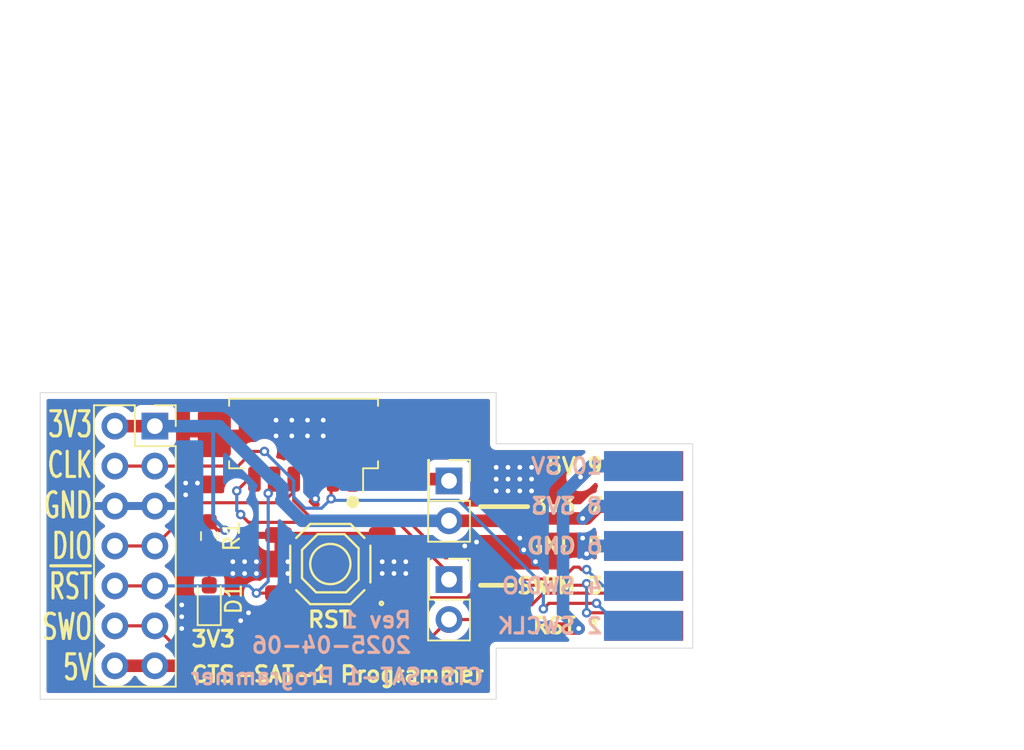
<source format=kicad_pcb>
(kicad_pcb (version 20241229) (generator "pcbnew") (generator_version "9.0")
  (title_block (date "2025-04-06") (rev "Rev 1"))
  (layers (0 "F.Cu" signal) (2 "B.Cu" signal) (13 "F.Paste" user) (15 "B.Paste" user) (5 "F.SilkS" user "F.Silkscreen") (7 "B.SilkS" user "B.Silkscreen") (1 "F.Mask" user) (3 "B.Mask" user) (25 "Edge.Cuts" user))
  (net 0 "")
  (net 1 "GND")
  (net 2 "Net-(D1-A)")
  (net 3 "Net-(J1-Pin_6)")
  (net 4 "Net-(J1-Pin_1)")
  (net 5 "SWDIO")
  (net 6 "NRST")
  (net 7 "SWCLK")
  (net 8 "SWO")
  (net 9 "+5V")
  (net 10 "+3V3")
  (footprint "00-footprint-lib:PinHeaderSocket_2x07_P2.54mm_Vertical" (layer "F.Cu") (at 143.29 72.38)
    (property "Reference" "J2" (hide yes))
    (property "Value" "Conn_02x07_Odd_Even")
    (fp_line (start -3.87 -1.33) (end -3.87 16.57) (stroke (width 0.12)) (layer "F.SilkS"))
    (fp_line (start -3.87 -1.33) (end -1.27 -1.33) (stroke (width 0.12)) (layer "F.SilkS"))
    (fp_line (start -3.87 16.57) (end 1.33 16.57) (stroke (width 0.12)) (layer "F.SilkS"))
    (fp_line (start -1.27 -1.33) (end -1.27 1.27) (stroke (width 0.12)) (layer "F.SilkS"))
    (fp_line (start -1.27 1.27) (end 1.33 1.27) (stroke (width 0.12)) (layer "F.SilkS"))
    (fp_line (start 0 -1.33) (end 1.33 -1.33) (stroke (width 0.12)) (layer "F.SilkS"))
    (fp_line (start 1.33 -1.33) (end 1.33 0) (stroke (width 0.12)) (layer "F.SilkS"))
    (fp_line (start 1.33 1.27) (end 1.33 16.57) (stroke (width 0.12)) (layer "F.SilkS"))
    (pad "1" thru_hole rect (at 0 0) (size 1.7 1.7) (drill 1) (layers "*.Cu" "*.Mask") (net 10 "+3V3"))
    (pad "2" thru_hole oval (at -2.54 0) (size 1.7 1.7) (drill 1) (layers "*.Cu" "*.Mask") (net 10 "+3V3"))
    (pad "3" thru_hole oval (at 0 2.54) (size 1.7 1.7) (drill 1) (layers "*.Cu" "*.Mask") (net 7 "SWCLK"))
    (pad "4" thru_hole oval (at -2.54 2.54) (size 1.7 1.7) (drill 1) (layers "*.Cu" "*.Mask") (net 7 "SWCLK"))
    (pad "5" thru_hole oval (at 0 5.08) (size 1.7 1.7) (drill 1) (layers "*.Cu" "*.Mask") (net 1 "GND"))
    (pad "6" thru_hole oval (at -2.54 5.08) (size 1.7 1.7) (drill 1) (layers "*.Cu" "*.Mask") (net 1 "GND"))
    (pad "7" thru_hole oval (at 0 7.62) (size 1.7 1.7) (drill 1) (layers "*.Cu" "*.Mask") (net 5 "SWDIO"))
    (pad "8" thru_hole oval (at -2.54 7.62) (size 1.7 1.7) (drill 1) (layers "*.Cu" "*.Mask") (net 5 "SWDIO"))
    (pad "9" thru_hole oval (at 0 10.16) (size 1.7 1.7) (drill 1) (layers "*.Cu" "*.Mask") (net 6 "NRST"))
    (pad "10" thru_hole oval (at -2.54 10.16) (size 1.7 1.7) (drill 1) (layers "*.Cu" "*.Mask") (net 6 "NRST"))
    (pad "11" thru_hole oval (at 0 12.7) (size 1.7 1.7) (drill 1) (layers "*.Cu" "*.Mask") (net 8 "SWO"))
    (pad "12" thru_hole oval (at -2.54 12.7) (size 1.7 1.7) (drill 1) (layers "*.Cu" "*.Mask") (net 8 "SWO"))
    (pad "13" thru_hole oval (at 0 15.24) (size 1.7 1.7) (drill 1) (layers "*.Cu" "*.Mask") (net 9 "+5V"))
    (pad "14" thru_hole oval (at -2.54 15.24) (size 1.7 1.7) (drill 1) (layers "*.Cu" "*.Mask") (net 9 "+5V"))
  )
  (footprint "Connector_Molex:Molex_PicoBlade_53261-0671_1x06-1MP_P1.25mm_Horizontal" (layer "F.Cu") (at 152.75 73.35 180)
    (property "Reference" "J1" (hide yes))
    (property "Value" "Picoblade")
    (fp_line (start 4.735 2.71) (end 4.735 2.26) (stroke (width 0.12)) (layer "F.SilkS"))
    (fp_line (start 4.735 -1.26) (end 4.735 -1.71) (stroke (width 0.12)) (layer "F.SilkS"))
    (fp_line (start 4.735 -1.71) (end 3.785 -1.71) (stroke (width 0.12)) (layer "F.SilkS"))
    (fp_line (start -3.785 -1.71) (end -3.785 -3.2) (stroke (width 0.12)) (layer "F.SilkS"))
    (fp_line (start -4.735 2.71) (end 4.735 2.71) (stroke (width 0.12)) (layer "F.SilkS"))
    (fp_line (start -4.735 2.26) (end -4.735 2.71) (stroke (width 0.12)) (layer "F.SilkS"))
    (fp_line (start -4.735 -1.26) (end -4.735 -1.71) (stroke (width 0.12)) (layer "F.SilkS"))
    (fp_line (start -4.735 -1.71) (end -3.785 -1.71) (stroke (width 0.12)) (layer "F.SilkS"))
    (pad "1" smd roundrect (at -3.125 -2.4 180) (size 0.8 1.6) (layers "F.Cu" "F.Mask" "F.Paste") (net 4 "Net-(J1-Pin_1)"))
    (pad "2" smd roundrect (at -1.875 -2.4 180) (size 0.8 1.6) (layers "F.Cu" "F.Mask" "F.Paste") (net 7 "SWCLK"))
    (pad "3" smd roundrect (at -0.625 -2.4 180) (size 0.8 1.6) (layers "F.Cu" "F.Mask" "F.Paste") (net 1 "GND"))
    (pad "4" smd roundrect (at 0.625 -2.4 180) (size 0.8 1.6) (layers "F.Cu" "F.Mask" "F.Paste") (net 5 "SWDIO"))
    (pad "5" smd roundrect (at 1.875 -2.4 180) (size 0.8 1.6) (layers "F.Cu" "F.Mask" "F.Paste") (net 6 "NRST"))
    (pad "6" smd roundrect (at 3.125 -2.4 180) (size 0.8 1.6) (layers "F.Cu" "F.Mask" "F.Paste") (net 3 "Net-(J1-Pin_6)"))
    (pad "MP" smd roundrect (at -5.675 0.5 180) (size 2.1 3) (layers "F.Cu" "F.Mask" "F.Paste") (roundrect_rratio 0.119048) (net 1 "GND"))
    (pad "MP" smd roundrect (at 5.675 0.5 180) (size 2.1 3) (layers "F.Cu" "F.Mask" "F.Paste") (roundrect_rratio 0.119048) (net 1 "GND"))
  )
  (footprint "00-footprint-lib:ST_Link_Edge_Connector" (layer "F.Cu") (at 176.895 80)
    (property "Reference" "J3" (hide yes))
    (property "Value" "~")
    (fp_text user "GND 5" (at -5 0 0) (layer "F.SilkS") (effects (font (thickness 0.2) (bold yes)) (justify right)))
    (fp_text user "5V 9" (at -5 -5.08 0) (layer "F.SilkS") (effects (font (thickness 0.2) (bold yes)) (justify right)))
    (fp_text user "SWIM 3" (at -5 2.54 0) (layer "F.SilkS") (effects (font (thickness 0.2) (bold yes)) (justify right)))
    (fp_text user "RST 1" (at -5 5.08 0) (layer "F.SilkS") (effects (font (thickness 0.2) (bold yes)) (justify right)))
    (fp_text user "3V3 7" (at -5 -2.54 0) (layer "F.SilkS") (effects (font (thickness 0.2) (bold yes)) (justify right)))
    (fp_text user "4 SWDIO" (at -5.04 2.54 0) (layer "B.SilkS") (effects (font (thickness 0.2) (bold yes)) (justify left mirror)))
    (fp_text user "2 SWCLK" (at -5.04 5.08 0) (layer "B.SilkS") (effects (font (thickness 0.2) (bold yes)) (justify left mirror)))
    (fp_text user "8 3V3" (at -5.04 -2.54 0) (layer "B.SilkS") (effects (font (thickness 0.2) (bold yes)) (justify left mirror)))
    (fp_text user "6 GND" (at -5.04 0 0) (layer "B.SilkS") (effects (font (thickness 0.2) (bold yes)) (justify left mirror)))
    (fp_text user "10 5V" (at -5.04 -5.08 0) (layer "B.SilkS") (effects (font (thickness 0.2) (bold yes)) (justify left mirror)))
    (pad "1" smd rect (at -2.5 5.08) (size 5 1.9) (layers "F.Cu" "F.Mask" "F.Paste") (net 6 "NRST"))
    (pad "2" smd rect (at -2.54 5.08) (size 5 1.9) (layers "B.Cu" "B.Mask" "B.Paste") (net 7 "SWCLK"))
    (pad "3" smd rect (at -2.5 2.54) (size 5 1.9) (layers "F.Cu" "F.Mask" "F.Paste") (net 8 "SWO"))
    (pad "4" smd rect (at -2.54 2.54) (size 5 1.9) (layers "B.Cu" "B.Mask" "B.Paste") (net 5 "SWDIO"))
    (pad "5" smd rect (at -2.5 0) (size 5 1.9) (layers "F.Cu" "F.Mask" "F.Paste") (net 1 "GND"))
    (pad "6" smd rect (at -2.54 0) (size 5 1.9) (layers "B.Cu" "B.Mask" "B.Paste") (net 1 "GND"))
    (pad "7" smd rect (at -2.5 -2.54) (size 5 1.9) (layers "F.Cu" "F.Mask" "F.Paste") (net 10 "+3V3"))
    (pad "8" smd rect (at -2.54 -2.54) (size 5 1.9) (layers "B.Cu" "B.Mask" "B.Paste") (net 10 "+3V3"))
    (pad "9" smd rect (at -2.5 -5.08) (size 5 1.9) (layers "F.Cu" "F.Mask" "F.Paste") (net 9 "+5V"))
    (pad "10" smd rect (at -2.54 -5.08) (size 5 1.9) (layers "B.Cu" "B.Mask" "B.Paste") (net 9 "+5V"))
  )
  (footprint "Connector_PinHeader_2.54mm:PinHeader_2x01_P2.54mm_Vertical" (layer "F.Cu") (at 162 75.86 -90)
    (property "Reference" "JP1" (hide yes))
    (property "Value" "Jumper_2_Open")
    (fp_line (start -1.33 1.33) (end 3.87 1.33) (stroke (width 0.12)) (layer "F.SilkS"))
    (fp_line (start -1.33 1.27) (end -1.33 1.33) (stroke (width 0.12)) (layer "F.SilkS"))
    (fp_line (start -1.33 1.27) (end 1.27 1.27) (stroke (width 0.12)) (layer "F.SilkS"))
    (fp_line (start 1.27 1.27) (end 1.27 -1.33) (stroke (width 0.12)) (layer "F.SilkS"))
    (fp_line (start -1.33 0) (end -1.33 -1.33) (stroke (width 0.12)) (layer "F.SilkS"))
    (fp_line (start -1.33 -1.33) (end 0 -1.33) (stroke (width 0.12)) (layer "F.SilkS"))
    (fp_line (start 1.27 -1.33) (end 3.87 -1.33) (stroke (width 0.12)) (layer "F.SilkS"))
    (fp_line (start 3.87 -1.33) (end 3.87 1.33) (stroke (width 0.12)) (layer "F.SilkS"))
    (pad "1" thru_hole rect (at 0 0 270) (size 1.7 1.7) (drill 1) (layers "*.Cu" "*.Mask") (net 4 "Net-(J1-Pin_1)"))
    (pad "2" thru_hole oval (at 2.54 0 270) (size 1.7 1.7) (drill 1) (layers "*.Cu" "*.Mask") (net 10 "+3V3"))
  )
  (footprint "Resistor_SMD:R_0603_1608Metric_Pad0.98x0.95mm_HandSolder" (layer "F.Cu") (at 146.75 79.375 -90)
    (property "Reference" "R1" (at 0 -1.43 90) (layer "F.SilkS"))
    (property "Value" "5k1")
    (fp_line (start -0.254724 0.5225) (end 0.254724 0.5225) (stroke (width 0.12)) (layer "F.SilkS"))
    (fp_line (start -0.254724 -0.5225) (end 0.254724 -0.5225) (stroke (width 0.12)) (layer "F.SilkS"))
    (pad "1" smd roundrect (at -0.9125 0 270) (size 0.975 0.95) (layers "F.Cu" "F.Mask" "F.Paste") (net 10 "+3V3"))
    (pad "2" smd roundrect (at 0.9125 0 270) (size 0.975 0.95) (layers "F.Cu" "F.Mask" "F.Paste") (net 2 "Net-(D1-A)"))
  )
  (footprint "LED_SMD:LED_0603_1608Metric_Pad1.05x0.95mm_HandSolder" (layer "F.Cu") (at 146.75 83.375 90)
    (property "Reference" "D1" (at 0 1.55 90) (layer "F.SilkS"))
    (property "Value" "LED")
    (fp_line (start 0.8 -0.735) (end -1.66 -0.735) (stroke (width 0.12)) (layer "F.SilkS"))
    (fp_line (start -1.66 -0.735) (end -1.66 0.735) (stroke (width 0.12)) (layer "F.SilkS"))
    (fp_line (start -1.66 0.735) (end 0.8 0.735) (stroke (width 0.12)) (layer "F.SilkS"))
    (pad "1" smd roundrect (at -0.875 0 90) (size 1.05 0.95) (layers "F.Cu" "F.Mask" "F.Paste") (net 1 "GND"))
    (pad "2" smd roundrect (at 0.875 0 90) (size 1.05 0.95) (layers "F.Cu" "F.Mask" "F.Paste") (net 2 "Net-(D1-A)"))
  )
  (footprint "Connector_PinHeader_2.54mm:PinHeader_2x01_P2.54mm_Vertical" (layer "F.Cu") (at 162 82.14 -90)
    (property "Reference" "JP2" (hide yes))
    (property "Value" "Jumper_2_Open")
    (fp_line (start -1.33 1.33) (end 3.87 1.33) (stroke (width 0.12)) (layer "F.SilkS"))
    (fp_line (start -1.33 1.27) (end -1.33 1.33) (stroke (width 0.12)) (layer "F.SilkS"))
    (fp_line (start -1.33 1.27) (end 1.27 1.27) (stroke (width 0.12)) (layer "F.SilkS"))
    (fp_line (start 1.27 1.27) (end 1.27 -1.33) (stroke (width 0.12)) (layer "F.SilkS"))
    (fp_line (start -1.33 0) (end -1.33 -1.33) (stroke (width 0.12)) (layer "F.SilkS"))
    (fp_line (start -1.33 -1.33) (end 0 -1.33) (stroke (width 0.12)) (layer "F.SilkS"))
    (fp_line (start 1.27 -1.33) (end 3.87 -1.33) (stroke (width 0.12)) (layer "F.SilkS"))
    (fp_line (start 3.87 -1.33) (end 3.87 1.33) (stroke (width 0.12)) (layer "F.SilkS"))
    (pad "1" thru_hole rect (at 0 0 270) (size 1.7 1.7) (drill 1) (layers "*.Cu" "*.Mask") (net 3 "Net-(J1-Pin_6)"))
    (pad "2" thru_hole oval (at 2.54 0 270) (size 1.7 1.7) (drill 1) (layers "*.Cu" "*.Mask") (net 8 "SWO"))
  )
  (footprint "00-footprint-lib:SW-SMD_4P-L5.1-W5.1-P3.70-LS6.5-TL-2" (layer "F.Cu") (at 154.45 81.15 180)
    (property "Reference" "SW1" (hide yes))
    (property "Value" "Tactile_Button,_160gf")
    (fp_line (start 2.55 -1.17) (end 2.55 1.17) (stroke (width 0.15)) (layer "F.SilkS"))
    (fp_line (start 2.17 1.66) (end 1.28 2.55) (stroke (width 0.15)) (layer "F.SilkS"))
    (fp_line (start 1.8 0.9) (end 0.8 1.9) (stroke (width 0.15)) (layer "F.SilkS"))
    (fp_line (start 1.8 -0.9) (end 1.8 0.9) (stroke (width 0.15)) (layer "F.SilkS"))
    (fp_line (start 1.28 -2.55) (end 2.17 -1.66) (stroke (width 0.15)) (layer "F.SilkS"))
    (fp_line (start 0.9 -1.8) (end 1.8 -0.9) (stroke (width 0.15)) (layer "F.SilkS"))
    (fp_line (start 0.8 1.9) (end -0.9 1.9) (stroke (width 0.15)) (layer "F.SilkS"))
    (fp_line (start -0.9 1.9) (end -1.8 1) (stroke (width 0.15)) (layer "F.SilkS"))
    (fp_line (start -1 -1.8) (end 0.9 -1.8) (stroke (width 0.15)) (layer "F.SilkS"))
    (fp_line (start -1.28 2.55) (end 1.28 2.55) (stroke (width 0.15)) (layer "F.SilkS"))
    (fp_line (start -1.28 -2.55) (end 1.28 -2.55) (stroke (width 0.15)) (layer "F.SilkS"))
    (fp_line (start -1.28 -2.55) (end -2.17 -1.66) (stroke (width 0.15)) (layer "F.SilkS"))
    (fp_line (start -1.8 1) (end -1.8 -1) (stroke (width 0.15)) (layer "F.SilkS"))
    (fp_line (start -1.8 -1) (end -1 -1.8) (stroke (width 0.15)) (layer "F.SilkS"))
    (fp_line (start -2.17 1.66) (end -1.28 2.55) (stroke (width 0.15)) (layer "F.SilkS"))
    (fp_line (start -2.55 -1.17) (end -2.55 1.17) (stroke (width 0.15)) (layer "F.SilkS"))
    (fp_circle (center 0 0) (end 1.28 0) (stroke (width 0.15)) (fill no) (layer "F.SilkS"))
    (fp_circle (center -3.25 -2.5) (end -3.22 -2.5) (stroke (width 0.15)) (fill no) (layer "F.SilkS"))
    (pad "1" smd roundrect (at -3.3 -1.85 180) (size 1.7 1) (layers "F.Cu" "F.Mask" "F.Paste") (net 6 "NRST"))
    (pad "2" smd roundrect (at 3.3 -1.85 180) (size 1.7 1) (layers "F.Cu" "F.Mask" "F.Paste") (net 6 "NRST"))
    (pad "3" smd roundrect (at -3.3 1.85 180) (size 1.7 1) (layers "F.Cu" "F.Mask" "F.Paste") (net 1 "GND"))
    (pad "4" smd roundrect (at 3.3 1.85 180) (size 1.7 1) (layers "F.Cu" "F.Mask" "F.Paste") (net 1 "GND"))
  )
  (gr_line (start 166 82.5) (end 164 82.5) (stroke (width 0.3)) (layer "F.SilkS"))
  (gr_line (start 167 77.5) (end 164 77.5) (stroke (width 0.3)) (layer "F.SilkS"))
  (gr_circle (center 155.875 77.2) (end 156.228553 77.2) (stroke (width 0.1)) (fill yes) (layer "F.SilkS"))
  (gr_line (start 165 70.25) (end 165 73.5) (stroke (width 0.05)) (layer "Edge.Cuts"))
  (gr_line (start 177.5 73.5) (end 165 73.5) (stroke (width 0.05)) (layer "Edge.Cuts"))
  (gr_line (start 177.5 73.5) (end 177.5 86.5) (stroke (width 0.05)) (layer "Edge.Cuts"))
  (gr_line (start 136 70.25) (end 165 70.25) (stroke (width 0.05)) (layer "Edge.Cuts"))
  (gr_line (start 165 86.5) (end 165 89.75) (stroke (width 0.05)) (layer "Edge.Cuts"))
  (gr_line (start 136 89.75) (end 136 70.25) (stroke (width 0.05)) (layer "Edge.Cuts"))
  (gr_line (start 177.5 86.5) (end 165 86.5) (stroke (width 0.05)) (layer "Edge.Cuts"))
  (gr_line (start 165 89.75) (end 136 89.75) (stroke (width 0.05)) (layer "Edge.Cuts"))
  (gr_text "3V3" (at 145.5 86.5 0) (layer "F.SilkS") (effects (font (size 1 1) (thickness 0.2) (bold yes)) (justify left bottom)))
  (gr_text "CTS-SAT-1 Programmer" (at 145.5 88.75 0) (layer "F.SilkS") (effects (font (size 1 1) (thickness 0.2) (bold yes)) (justify left bottom)))
  (gr_text "3V3\nCLK\nGND\nDIO\n~{RST}\nSWO\n5V" (at 139.42 80 0) (layer "F.SilkS") (effects (font (size 1.6 1) (thickness 0.2) (bold yes)) (justify right)))
  (gr_text "RST" (at 154.4 84.1 0) (layer "F.SilkS") (effects (font (size 1 1) (thickness 0.2) (bold yes)) (justify top)))
  (gr_text "CTS-SAT-1 Programmer" (at 164.3 88.9 -0) (layer "B.SilkS") (effects (font (size 1 1) (thickness 0.2) (bold yes)) (justify left bottom mirror)))
  (gr_text "Rev 1\n2025-04-06" (at 159.7 86.9 0) (layer "B.SilkS") (effects (font (size 1 1) (thickness 0.2) (bold yes)) (justify left bottom mirror)))
  (segment (start 171.25 80) (end 170.75 80.5) (width 0.8) (layer "F.Cu") (net 1))
  (segment (start 174.395 80) (end 171.25 80) (width 0.8) (layer "F.Cu") (net 1))
  (via (at 145 83.75) (size 0.6) (drill 0.3) (layers "F.Cu" "B.Cu") (net 1))
  (via (at 163.75 79.75) (size 0.6) (drill 0.3) (layers "F.Cu" "B.Cu") (net 1))
  (via (at 170.75 80.5) (size 0.6) (drill 0.3) (layers "F.Cu" "B.Cu") (net 1))
  (via (at 166.5 75) (size 0.6) (drill 0.3) (layers "F.Cu" "B.Cu") (net 1))
  (via (at 166.5 75.75) (size 0.6) (drill 0.3) (layers "F.Cu" "B.Cu") (net 1))
  (via (at 158.5 81.75) (size 0.6) (drill 0.3) (layers "F.Cu" "B.Cu") (net 1))
  (via (at 145.25 76) (size 0.6) (drill 0.3) (layers "F.Cu" "B.Cu") (net 1))
  (via (at 159.25 81) (size 0.6) (drill 0.3) (layers "F.Cu" "B.Cu") (net 1))
  (via (at 167.25 75.75) (size 0.6) (drill 0.3) (layers "F.Cu" "B.Cu") (net 1))
  (via (at 151 73) (size 0.6) (drill 0.3) (layers "F.Cu" "B.Cu") (net 1))
  (via (at 148.25 81) (size 0.6) (drill 0.3) (layers "F.Cu" "B.Cu") (net 1))
  (via (at 149.75 81) (size 0.6) (drill 0.3) (layers "F.Cu" "B.Cu") (net 1))
  (via (at 151.75 81.75) (size 0.6) (drill 0.3) (layers "F.Cu" "B.Cu") (net 1))
  (via (at 167.25 76.5) (size 0.6) (drill 0.3) (layers "F.Cu" "B.Cu") (net 1))
  (via (at 167.25 75) (size 0.6) (drill 0.3) (layers "F.Cu" "B.Cu") (net 1))
  (via (at 157.75 81) (size 0.6) (drill 0.3) (layers "F.Cu" "B.Cu") (net 1))
  (via (at 165.75 76.5) (size 0.6) (drill 0.3) (layers "F.Cu" "B.Cu") (net 1))
  (via (at 153 72) (size 0.6) (drill 0.3) (layers "F.Cu" "B.Cu") (net 1))
  (via (at 157.75 81.75) (size 0.6) (drill 0.3) (layers "F.Cu" "B.Cu") (net 1))
  (via (at 154 72) (size 0.6) (drill 0.3) (layers "F.Cu" "B.Cu") (net 1))
  (via (at 149.25 84.25) (size 0.6) (drill 0.3) (layers "F.Cu" "B.Cu") (net 1))
  (via (at 148.25 81.75) (size 0.6) (drill 0.3) (layers "F.Cu" "B.Cu") (net 1))
  (via (at 167.5 81) (size 0.6) (drill 0.3) (layers "F.Cu" "B.Cu") (net 1))
  (via (at 165 76.5) (size 0.6) (drill 0.3) (layers "F.Cu" "B.Cu") (net 1))
  (via (at 149 81) (size 0.6) (drill 0.3) (layers "F.Cu" "B.Cu") (net 1))
  (via (at 166.5 76.5) (size 0.6) (drill 0.3) (layers "F.Cu" "B.Cu") (net 1))
  (via (at 149 81.75) (size 0.6) (drill 0.3) (layers "F.Cu" "B.Cu") (net 1))
  (via (at 154 73) (size 0.6) (drill 0.3) (layers "F.Cu" "B.Cu") (net 1))
  (via (at 145 85.25) (size 0.6) (drill 0.3) (layers "F.Cu" "B.Cu") (net 1))
  (via (at 148.75 84.75) (size 0.6) (drill 0.3) (layers "F.Cu" "B.Cu") (net 1))
  (via (at 165.75 75.75) (size 0.6) (drill 0.3) (layers "F.Cu" "B.Cu") (net 1))
  (via (at 152 72) (size 0.6) (drill 0.3) (layers "F.Cu" "B.Cu") (net 1))
  (via (at 153 73) (size 0.6) (drill 0.3) (layers "F.Cu" "B.Cu") (net 1))
  (via (at 166.5 79.5) (size 0.6) (drill 0.3) (layers "F.Cu" "B.Cu") (net 1))
  (via (at 146 76) (size 0.6) (drill 0.3) (layers "F.Cu" "B.Cu") (net 1))
  (via (at 159.25 81.75) (size 0.6) (drill 0.3) (layers "F.Cu" "B.Cu") (net 1))
  (via (at 151 72) (size 0.6) (drill 0.3) (layers "F.Cu" "B.Cu") (net 1))
  (via (at 152 73) (size 0.6) (drill 0.3) (layers "F.Cu" "B.Cu") (net 1))
  (via (at 165 75) (size 0.6) (drill 0.3) (layers "F.Cu" "B.Cu") (net 1))
  (via (at 149.75 81.75) (size 0.6) (drill 0.3) (layers "F.Cu" "B.Cu") (net 1))
  (via (at 165 75.75) (size 0.6) (drill 0.3) (layers "F.Cu" "B.Cu") (net 1))
  (via (at 170.5 79.5) (size 0.6) (drill 0.3) (layers "F.Cu" "B.Cu") (net 1))
  (via (at 151.75 81) (size 0.6) (drill 0.3) (layers "F.Cu" "B.Cu") (net 1))
  (via (at 165.75 75) (size 0.6) (drill 0.3) (layers "F.Cu" "B.Cu") (net 1))
  (via (at 163 80) (size 0.6) (drill 0.3) (layers "F.Cu" "B.Cu") (net 1))
  (via (at 145.25 76.75) (size 0.6) (drill 0.3) (layers "F.Cu" "B.Cu") (net 1))
  (via (at 158.5 81) (size 0.6) (drill 0.3) (layers "F.Cu" "B.Cu") (net 1))
  (via (at 166.75 80.25) (size 0.6) (drill 0.3) (layers "F.Cu" "B.Cu") (net 1))
  (via (at 145 84.5) (size 0.6) (drill 0.3) (layers "F.Cu" "B.Cu") (net 1))
  (via (at 153.5 77) (size 0.6) (drill 0.3) (layers "F.Cu" "B.Cu") (net 1))
  (segment (start 170.75 80.5) (end 171.25 80) (width 0.8) (layer "B.Cu") (net 1))
  (segment (start 171.25 80) (end 174.355 80) (width 0.8) (layer "B.Cu") (net 1))
  (segment (start 146.75 80.2875) (end 146.75 82.5) (width 0.2) (layer "F.Cu") (net 2))
  (segment (start 148.75 78) (end 149.249 78.499) (width 0.2) (layer "F.Cu") (net 3))
  (segment (start 158.749 78.499) (end 162 81.75) (width 0.2) (layer "F.Cu") (net 3))
  (segment (start 149.625 75.75) (end 149.25 75.75) (width 0.2) (layer "F.Cu") (net 3))
  (segment (start 149.249 78.499) (end 158.749 78.499) (width 0.2) (layer "F.Cu") (net 3))
  (segment (start 149.25 75.75) (end 148.5 76.5) (width 0.2) (layer "F.Cu") (net 3))
  (segment (start 162 81.75) (end 162 82.14) (width 0.2) (layer "F.Cu") (net 3))
  (via (at 148.75 78) (size 0.6) (drill 0.3) (layers "F.Cu" "B.Cu") (net 3))
  (via (at 148.5 76.5) (size 0.6) (drill 0.3) (layers "F.Cu" "B.Cu") (net 3))
  (segment (start 148.5 76.5) (end 148.5 77.75) (width 0.2) (layer "B.Cu") (net 3))
  (segment (start 148.5 77.75) (end 148.75 78) (width 0.2) (layer "B.Cu") (net 3))
  (segment (start 155.875 75.75) (end 161.89 75.75) (width 0.8) (layer "F.Cu") (net 4))
  (segment (start 161.89 75.75) (end 162 75.86) (width 0.8) (layer "F.Cu") (net 4))
  (segment (start 164.8581 81.349) (end 164.849 81.349) (width 0.2) (layer "F.Cu") (net 5))
  (segment (start 152.125 76.55) (end 152.125 75.75) (width 0.2) (layer "F.Cu") (net 5))
  (segment (start 170.4171 81.5) (end 170.2661 81.349) (width 0.2) (layer "F.Cu") (net 5))
  (segment (start 158.9151 78.098) (end 153.098 78.098) (width 0.2) (layer "F.Cu") (net 5))
  (segment (start 169.1839 82.099) (end 165.6081 82.099) (width 0.2) (layer "F.Cu") (net 5))
  (segment (start 169.9339 81.349) (end 169.1839 82.099) (width 0.2) (layer "F.Cu") (net 5))
  (segment (start 165.6081 82.099) (end 164.8581 81.349) (width 0.2) (layer "F.Cu") (net 5))
  (segment (start 153.098 78.098) (end 152.125 77.125) (width 0.2) (layer "F.Cu") (net 5))
  (segment (start 152.125 77.125) (end 152.125 75.75) (width 0.2) (layer "F.Cu") (net 5))
  (segment (start 164.25 80.75) (end 161.75 80.75) (width 0.2) (layer "F.Cu") (net 5))
  (segment (start 159.0671 78.25) (end 158.9151 78.098) (width 0.2) (layer "F.Cu") (net 5))
  (segment (start 164.849 81.349) (end 164.25 80.75) (width 0.2) (layer "F.Cu") (net 5))
  (segment (start 170.75 81.5) (end 170.4171 81.5) (width 0.2) (layer "F.Cu") (net 5))
  (segment (start 151.425 77.25) (end 152.125 76.55) (width 0.2) (layer "F.Cu") (net 5))
  (segment (start 146.04 77.25) (end 151.425 77.25) (width 0.2) (layer "F.Cu") (net 5))
  (segment (start 170.2661 81.349) (end 169.9339 81.349) (width 0.2) (layer "F.Cu") (net 5))
  (segment (start 143.29 80) (end 146.04 77.25) (width 0.2) (layer "F.Cu") (net 5))
  (segment (start 159.25 78.25) (end 159.0671 78.25) (width 0.2) (layer "F.Cu") (net 5))
  (segment (start 161.75 80.75) (end 159.25 78.25) (width 0.2) (layer "F.Cu") (net 5))
  (segment (start 140.75 80) (end 143.29 80) (width 0.2) (layer "F.Cu") (net 5))
  (via (at 170.75 81.5) (size 0.6) (drill 0.3) (layers "F.Cu" "B.Cu") (net 5))
  (segment (start 171.79 82.54) (end 170.75 81.5) (width 0.2) (layer "B.Cu") (net 5))
  (segment (start 174.355 82.54) (end 171.79 82.54) (width 0.2) (layer "B.Cu") (net 5))
  (segment (start 173.565 84.25) (end 174.395 85.08) (width 0.2) (layer "F.Cu") (net 6))
  (segment (start 150.875 75.75) (end 150.875 76.275) (width 0.2) (layer "F.Cu") (net 6))
  (segment (start 170.65 82.5) (end 163.942 82.5) (width 0.2) (layer "F.Cu") (net 6))
  (segment (start 170.75 82.4) (end 170.65 82.5) (width 0.2) (layer "F.Cu") (net 6))
  (segment (start 143.29 82.54) (end 140.75 82.54) (width 0.2) (layer "F.Cu") (net 6))
  (segment (start 151.15 83) (end 157.75 83) (width 0.2) (layer "F.Cu") (net 6))
  (segment (start 150.875 76.275) (end 150.5 76.65) (width 0.2) (layer "F.Cu") (net 6))
  (segment (start 158.041 83.291) (end 157.75 83) (width 0.2) (layer "F.Cu") (net 6))
  (segment (start 163.151 83.291) (end 158.041 83.291) (width 0.2) (layer "F.Cu") (net 6))
  (segment (start 163.942 82.5) (end 163.151 83.291) (width 0.2) (layer "F.Cu") (net 6))
  (segment (start 149.75 83) (end 151.15 83) (width 0.2) (layer "F.Cu") (net 6))
  (segment (start 170.75 84.25) (end 173.565 84.25) (width 0.2) (layer "F.Cu") (net 6))
  (via (at 150.5 76.65) (size 0.6) (drill 0.3) (layers "F.Cu" "B.Cu") (net 6))
  (via (at 149.75 83) (size 0.6) (drill 0.3) (layers "F.Cu" "B.Cu") (net 6))
  (via (at 170.75 82.4) (size 0.6) (drill 0.3) (layers "F.Cu" "B.Cu") (net 6))
  (via (at 170.75 84.25) (size 0.6) (drill 0.3) (layers "F.Cu" "B.Cu") (net 6))
  (segment (start 149.75 83) (end 149.29 82.54) (width 0.2) (layer "B.Cu") (net 6))
  (segment (start 170.75 82.4) (end 170.75 84.25) (width 0.2) (layer "B.Cu") (net 6))
  (segment (start 149.29 82.54) (end 143.29 82.54) (width 0.2) (layer "B.Cu") (net 6))
  (segment (start 150.5 82.25) (end 149.75 83) (width 0.2) (layer "B.Cu") (net 6))
  (segment (start 150.5 76.65) (end 150.5 82.25) (width 0.2) (layer "B.Cu") (net 6))
  (segment (start 154.5 77) (end 154.5 75.875) (width 0.2) (layer "F.Cu") (net 7))
  (segment (start 171.38129 83.650001) (end 168.349999 83.650001) (width 0.2) (layer "F.Cu") (net 7))
  (segment (start 149.511397 73.988603) (end 148.58 74.92) (width 0.2) (layer "F.Cu") (net 7))
  (segment (start 143.29 74.92) (end 140.75 74.92) (width 0.2) (layer "F.Cu") (net 7))
  (segment (start 168.349999 83.650001) (end 168 84) (width 0.2) (layer "F.Cu") (net 7))
  (segment (start 150.261397 73.988603) (end 149.511397 73.988603) (width 0.2) (layer "F.Cu") (net 7))
  (segment (start 148.58 74.92) (end 143.29 74.92) (width 0.2) (layer "F.Cu") (net 7))
  (segment (start 154.5 75.875) (end 154.625 75.75) (width 0.2) (layer "F.Cu") (net 7))
  (via (at 154.5 77) (size 0.6) (drill 0.3) (layers "F.Cu" "B.Cu") (net 7))
  (via (at 150.261397 73.988603) (size 0.6) (drill 0.3) (layers "F.Cu" "B.Cu") (net 7))
  (via (at 168 84) (size 0.6) (drill 0.3) (layers "F.Cu" "B.Cu") (net 7))
  (via (at 171.38129 83.650001) (size 0.6) (drill 0.3) (layers "F.Cu" "B.Cu") (net 7))
  (segment (start 152.842364 77.601) (end 153.899 77.601) (width 0.2) (layer "B.Cu") (net 7))
  (segment (start 154.6 77.1) (end 154.5 77) (width 0.2) (layer "B.Cu") (net 7))
  (segment (start 153.899 77.601) (end 154.5 77) (width 0.2) (layer "B.Cu") (net 7))
  (segment (start 168 82.5) (end 162.6 77.1) (width 0.2) (layer "B.Cu") (net 7))
  (segment (start 168 84) (end 168 82.5) (width 0.2) (layer "B.Cu") (net 7))
  (segment (start 150.261397 73.988603) (end 152.120682 75.847888) (width 0.2) (layer "B.Cu") (net 7))
  (segment (start 162.6 77.1) (end 154.6 77.1) (width 0.2) (layer "B.Cu") (net 7))
  (segment (start 152.120682 76.879318) (end 152.842364 77.601) (width 0.2) (layer "B.Cu") (net 7))
  (segment (start 174.355 85.08) (end 172.811289 85.08) (width 0.2) (layer "B.Cu") (net 7))
  (segment (start 152.120682 75.847888) (end 152.120682 76.879318) (width 0.2) (layer "B.Cu") (net 7))
  (segment (start 172.811289 85.08) (end 171.38129 83.650001) (width 0.2) (layer "B.Cu") (net 7))
  (segment (start 143.29 85.08) (end 140.75 85.08) (width 0.2) (layer "F.Cu") (net 8))
  (segment (start 173.935 83) (end 168 83) (width 0.2) (layer "F.Cu") (net 8))
  (segment (start 159.78 86.9) (end 145.11 86.9) (width 0.2) (layer "F.Cu") (net 8))
  (segment (start 168 83) (end 167.25 83.75) (width 0.2) (layer "F.Cu") (net 8))
  (segment (start 162 84.68) (end 159.78 86.9) (width 0.2) (layer "F.Cu") (net 8))
  (segment (start 143.37 85) (end 143.29 85.08) (width 0.2) (layer "F.Cu") (net 8))
  (segment (start 167.25 83.75) (end 164.5 83.75) (width 0.2) (layer "F.Cu") (net 8))
  (segment (start 164.5 83.75) (end 163.57 84.68) (width 0.2) (layer "F.Cu") (net 8))
  (segment (start 163.57 84.68) (end 162 84.68) (width 0.2) (layer "F.Cu") (net 8))
  (segment (start 145.11 86.9) (end 143.37 85.16) (width 0.2) (layer "F.Cu") (net 8))
  (segment (start 174.395 82.54) (end 173.935 83) (width 0.2) (layer "F.Cu") (net 8))
  (segment (start 143.37 85.16) (end 143.37 85) (width 0.2) (layer "F.Cu") (net 8))
  (segment (start 143.29 87.62) (end 162.355794 87.62) (width 0.8) (layer "F.Cu") (net 9))
  (segment (start 174.395 74.92) (end 171.055 74.92) (width 0.8) (layer "F.Cu") (net 9))
  (segment (start 171.055 74.92) (end 170.3625 75.6125) (width 0.8) (layer "F.Cu") (net 9))
  (segment (start 164.725794 85.25) (end 170.25 85.25) (width 0.8) (layer "F.Cu") (net 9))
  (segment (start 143.29 87.62) (end 140.75 87.62) (width 0.8) (layer "F.Cu") (net 9))
  (segment (start 162.355794 87.62) (end 164.725794 85.25) (width 0.8) (layer "F.Cu") (net 9))
  (via (at 170.25 85.25) (size 0.6) (drill 0.3) (layers "F.Cu" "B.Cu") (net 9))
  (via (at 170.3625 75.6125) (size 0.6) (drill 0.3) (layers "F.Cu" "B.Cu") (net 9))
  (segment (start 169.25 76.725) (end 170.3625 75.6125) (width 0.8) (layer "B.Cu") (net 9))
  (segment (start 171.055 74.92) (end 174.355 74.92) (width 0.8) (layer "B.Cu") (net 9))
  (segment (start 169.25 84.25) (end 169.25 76.725) (width 0.8) (layer "B.Cu") (net 9))
  (segment (start 170.25 85.25) (end 169.25 84.25) (width 0.8) (layer "B.Cu") (net 9))
  (segment (start 170.3625 75.6125) (end 171.055 74.92) (width 0.8) (layer "B.Cu") (net 9))
  (segment (start 143.29 72.38) (end 140.75 72.38) (width 0.8) (layer "F.Cu") (net 10))
  (segment (start 170.5 78.25) (end 166.75 78.25) (width 0.8) (layer "F.Cu") (net 10))
  (segment (start 166.75 78.25) (end 166.6 78.4) (width 0.8) (layer "F.Cu") (net 10))
  (segment (start 147.2875 79) (end 146.75 78.4625) (width 0.25) (layer "F.Cu") (net 10))
  (segment (start 170.75 78.25) (end 170.5 78.25) (width 0.8) (layer "F.Cu") (net 10))
  (segment (start 174.355 77.5) (end 171.5 77.5) (width 0.8) (layer "F.Cu") (net 10))
  (segment (start 147.75 79) (end 147.2875 79) (width 0.25) (layer "F.Cu") (net 10))
  (segment (start 171.5 77.5) (end 170.75 78.25) (width 0.8) (layer "F.Cu") (net 10))
  (segment (start 174.395 77.46) (end 174.355 77.5) (width 0.8) (layer "F.Cu") (net 10))
  (segment (start 166.6 78.4) (end 162 78.4) (width 0.8) (layer "F.Cu") (net 10))
  (via (at 170.5 78.25) (size 0.6) (drill 0.3) (layers "F.Cu" "B.Cu") (net 10))
  (via (at 147.75 79) (size 0.6) (drill 0.3) (layers "F.Cu" "B.Cu") (net 10))
  (segment (start 147 72.38) (end 143.29 72.38) (width 0.8) (layer "B.Cu") (net 10))
  (segment (start 162 78.4) (end 152.65 78.4) (width 0.8) (layer "B.Cu") (net 10))
  (segment (start 151.401 77.023207) (end 151.401 76.276793) (width 0.8) (layer "B.Cu") (net 10))
  (segment (start 147 78.25) (end 147.75 79) (width 0.25) (layer "B.Cu") (net 10))
  (segment (start 150.749 75.749) (end 147.38 72.38) (width 0.8) (layer "B.Cu") (net 10))
  (segment (start 151.337103 77.087103) (end 151.401 77.023207) (width 0.8) (layer "B.Cu") (net 10))
  (segment (start 174.355 77.46) (end 171.29 77.46) (width 0.8) (layer "B.Cu") (net 10))
  (segment (start 147.38 72.38) (end 147 72.38) (width 0.8) (layer "B.Cu") (net 10))
  (segment (start 147 72.38) (end 147 78.25) (width 0.25) (layer "B.Cu") (net 10))
  (segment (start 152.65 78.4) (end 151.337103 77.087103) (width 0.8) (layer "B.Cu") (net 10))
  (segment (start 151.401 76.276793) (end 150.873207 75.749) (width 0.8) (layer "B.Cu") (net 10))
  (segment (start 150.873207 75.749) (end 150.749 75.749) (width 0.8) (layer "B.Cu") (net 10))
  (segment (start 171.29 77.46) (end 170.5 78.25) (width 0.8) (layer "B.Cu") (net 10))
  (zone (net 1) (net_name "GND") (layers "F.Cu" "B.Cu") (connect_pads (clearance 0.5)) (min_thickness 0.25) (fill yes (thermal_gap 0.5) (thermal_bridge_width 0.5))
    (polygon (pts (xy 134.5 68.5) (xy 133.75 93) (xy 180.5 92.5) (xy 182.75 66.75)))
  )
)
</source>
